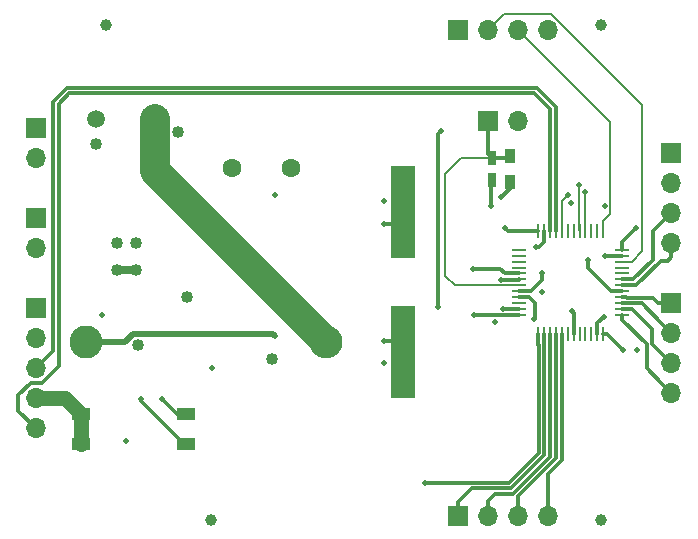
<source format=gbr>
G04 #@! TF.GenerationSoftware,KiCad,Pcbnew,(5.1.4)-1*
G04 #@! TF.CreationDate,2019-12-04T08:55:51-06:00*
G04 #@! TF.ProjectId,motor_control,6d6f746f-725f-4636-9f6e-74726f6c2e6b,rev?*
G04 #@! TF.SameCoordinates,Original*
G04 #@! TF.FileFunction,Copper,L1,Top*
G04 #@! TF.FilePolarity,Positive*
%FSLAX46Y46*%
G04 Gerber Fmt 4.6, Leading zero omitted, Abs format (unit mm)*
G04 Created by KiCad (PCBNEW (5.1.4)-1) date 2019-12-04 08:55:51*
%MOMM*%
%LPD*%
G04 APERTURE LIST*
%ADD10C,1.600000*%
%ADD11R,0.750000X1.200000*%
%ADD12C,1.500000*%
%ADD13C,1.000000*%
%ADD14O,1.700000X1.700000*%
%ADD15R,1.700000X1.700000*%
%ADD16O,2.800000X2.800000*%
%ADD17C,2.800000*%
%ADD18R,0.900000X1.200000*%
%ADD19R,1.500000X1.100000*%
%ADD20R,0.250000X1.300000*%
%ADD21R,1.300000X0.250000*%
%ADD22R,2.000000X7.875000*%
%ADD23C,0.508000*%
%ADD24C,1.016000*%
%ADD25C,0.304800*%
%ADD26C,0.635000*%
%ADD27C,1.270000*%
%ADD28C,0.152400*%
%ADD29C,2.540000*%
%ADD30C,0.508000*%
G04 APERTURE END LIST*
D10*
X143423000Y-87630000D03*
X148423000Y-87630000D03*
D11*
X165387601Y-88695599D03*
X165387601Y-86795599D03*
D12*
X136866000Y-83464400D03*
X131866000Y-83464400D03*
D13*
X132715000Y-75565000D03*
X174625000Y-75565000D03*
X174625000Y-117475000D03*
X141605000Y-117475000D03*
D14*
X126796800Y-109677200D03*
X126796800Y-107137200D03*
X126796800Y-104597200D03*
X126796800Y-102057200D03*
D15*
X126796800Y-99517200D03*
D14*
X167640000Y-83693000D03*
D15*
X165100000Y-83693000D03*
D14*
X170180000Y-75946000D03*
X167640000Y-75946000D03*
X165100000Y-75946000D03*
D15*
X162560000Y-75946000D03*
X180594000Y-99060000D03*
D14*
X180594000Y-101600000D03*
X180594000Y-104140000D03*
X180594000Y-106680000D03*
X170180000Y-117094000D03*
X167640000Y-117094000D03*
X165100000Y-117094000D03*
D15*
X162560000Y-117094000D03*
X180594000Y-86360000D03*
D14*
X180594000Y-88900000D03*
X180594000Y-91440000D03*
X180594000Y-93980000D03*
D15*
X126796800Y-91897200D03*
D14*
X126796800Y-94437200D03*
X126796800Y-86817200D03*
D15*
X126796800Y-84277200D03*
D16*
X151333200Y-102412800D03*
D17*
X131013200Y-102412800D03*
D18*
X166928800Y-88857000D03*
X166928800Y-86657000D03*
D19*
X130627200Y-108458000D03*
X130627200Y-110998000D03*
X139527200Y-110998000D03*
X139527200Y-108458000D03*
D20*
X169335000Y-92982800D03*
X169835000Y-92982800D03*
X170335000Y-92982800D03*
X170835000Y-92982800D03*
X171335000Y-92982800D03*
X171835000Y-92982800D03*
X172335000Y-92982800D03*
X172835000Y-92982800D03*
X173335000Y-92982800D03*
X173835000Y-92982800D03*
X174335000Y-92982800D03*
X174835000Y-92982800D03*
D21*
X176435000Y-94582800D03*
X176435000Y-95082800D03*
X176435000Y-95582800D03*
X176435000Y-96082800D03*
X176435000Y-96582800D03*
X176435000Y-97082800D03*
X176435000Y-97582800D03*
X176435000Y-98082800D03*
X176435000Y-98582800D03*
X176435000Y-99082800D03*
X176435000Y-99582800D03*
X176435000Y-100082800D03*
D20*
X174835000Y-101682800D03*
X174335000Y-101682800D03*
X173835000Y-101682800D03*
X173335000Y-101682800D03*
X172835000Y-101682800D03*
X172335000Y-101682800D03*
X171835000Y-101682800D03*
X171335000Y-101682800D03*
X170835000Y-101682800D03*
X170335000Y-101682800D03*
X169835000Y-101682800D03*
X169335000Y-101682800D03*
D21*
X167735000Y-100082800D03*
X167735000Y-99582800D03*
X167735000Y-99082800D03*
X167735000Y-98582800D03*
X167735000Y-98082800D03*
X167735000Y-97582800D03*
X167735000Y-97082800D03*
X167735000Y-96582800D03*
X167735000Y-96082800D03*
X167735000Y-95582800D03*
X167735000Y-95082800D03*
X167735000Y-94582800D03*
D22*
X157861000Y-103270300D03*
X157861000Y-91395300D03*
D23*
X176530000Y-103022400D03*
X177647600Y-92710000D03*
X166217600Y-90119200D03*
X172110400Y-90576400D03*
X166522400Y-92710000D03*
D24*
X135280400Y-96266000D03*
X133705600Y-96266000D03*
X146761200Y-103784400D03*
D23*
X134467600Y-110744000D03*
X168960800Y-100431600D03*
X169672000Y-98145600D03*
X132384800Y-100076000D03*
X177698400Y-103022400D03*
X174904400Y-100228400D03*
X169672000Y-96570800D03*
X174955200Y-90830400D03*
X165354000Y-90830400D03*
X169113200Y-94335600D03*
X156311600Y-90424000D03*
X156311600Y-104190800D03*
X147015200Y-89916000D03*
D24*
X133705600Y-93980000D03*
X135280400Y-93980000D03*
X138836400Y-84582000D03*
X139598400Y-98602800D03*
X135483600Y-102616000D03*
D23*
X175006000Y-95097600D03*
X165709600Y-100685600D03*
D24*
X131876800Y-85648800D03*
D23*
X141732000Y-104546400D03*
X163880800Y-100076000D03*
X156311600Y-92354400D03*
X163830000Y-96215200D03*
X156311600Y-102260400D03*
X166166800Y-97100200D03*
X159766000Y-114300000D03*
X147066000Y-101904800D03*
X137464800Y-107188000D03*
X173329600Y-89712800D03*
X135737600Y-107188000D03*
X172770800Y-89103200D03*
X173532800Y-95453200D03*
X161137600Y-84531200D03*
X160883601Y-99415601D03*
X166370000Y-99568000D03*
X171837124Y-89975192D03*
X172161200Y-99720400D03*
D25*
X174835000Y-101682800D02*
X175190400Y-101682800D01*
X175190400Y-101682800D02*
X176530000Y-103022400D01*
X166928800Y-88857000D02*
X166928800Y-89408000D01*
X166928800Y-89408000D02*
X166217600Y-90119200D01*
X166795200Y-92982800D02*
X166522400Y-92710000D01*
X169335000Y-92982800D02*
X166795200Y-92982800D01*
D26*
X135280400Y-96266000D02*
X133705600Y-96266000D01*
D25*
X176435000Y-93922600D02*
X177647600Y-92710000D01*
X176435000Y-94582800D02*
X176435000Y-93922600D01*
X168558642Y-98582800D02*
X169062400Y-99086558D01*
X167735000Y-98582800D02*
X168558642Y-98582800D01*
X169062400Y-99086558D02*
X169062400Y-100330000D01*
X169062400Y-100330000D02*
X168960800Y-100431600D01*
X174335000Y-101682800D02*
X174335000Y-100797800D01*
X174335000Y-100797800D02*
X174904400Y-100228400D01*
X165354000Y-88729200D02*
X165387601Y-88695599D01*
X165354000Y-90830400D02*
X165354000Y-88729200D01*
X169437000Y-94335600D02*
X169113200Y-94335600D01*
X169835000Y-92982800D02*
X169835000Y-93937600D01*
X169835000Y-93937600D02*
X169437000Y-94335600D01*
D27*
X129306400Y-107137200D02*
X130627200Y-108458000D01*
X126796800Y-107137200D02*
X129306400Y-107137200D01*
X130627200Y-110998000D02*
X130627200Y-108458000D01*
D25*
X176435000Y-95082800D02*
X175020800Y-95082800D01*
X175020800Y-95082800D02*
X175006000Y-95097600D01*
X169672000Y-97100600D02*
X169672000Y-96570800D01*
X168689800Y-98082800D02*
X169672000Y-97100600D01*
X167735000Y-98082800D02*
X168689800Y-98082800D01*
X166101775Y-100126801D02*
X166736199Y-100126801D01*
X166780200Y-100082800D02*
X167735000Y-100082800D01*
X166736199Y-100126801D02*
X166780200Y-100082800D01*
X166050974Y-100076000D02*
X166101775Y-100126801D01*
X163880800Y-100076000D02*
X166050974Y-100076000D01*
X165100000Y-86507998D02*
X165387601Y-86795599D01*
X165100000Y-83693000D02*
X165100000Y-86507998D01*
X166790201Y-86795599D02*
X166928800Y-86657000D01*
X165387601Y-86795599D02*
X166790201Y-86795599D01*
D28*
X162835601Y-86795599D02*
X165387601Y-86795599D01*
X161442400Y-88188800D02*
X162835601Y-86795599D01*
X161442400Y-96774000D02*
X161442400Y-88188800D01*
X167735000Y-97582800D02*
X162251200Y-97582800D01*
X162251200Y-97582800D02*
X161442400Y-96774000D01*
D25*
X156901900Y-92354400D02*
X157861000Y-91395300D01*
X156311600Y-92354400D02*
X156901900Y-92354400D01*
X166483600Y-96582800D02*
X167735000Y-96582800D01*
X163830000Y-96215200D02*
X166116000Y-96215200D01*
X166116000Y-96215200D02*
X166483600Y-96582800D01*
X156851100Y-102260400D02*
X157861000Y-103270300D01*
X156311600Y-102260400D02*
X156851100Y-102260400D01*
X167717600Y-97100200D02*
X167735000Y-97082800D01*
X166166800Y-97100200D02*
X167717600Y-97100200D01*
D29*
X136866000Y-87945600D02*
X136866000Y-83464400D01*
X151333200Y-102412800D02*
X136866000Y-87945600D01*
D25*
X170335000Y-92028000D02*
X170335000Y-92982800D01*
X170335000Y-82654200D02*
X170335000Y-92028000D01*
X129641590Y-81330810D02*
X169011610Y-81330810D01*
X169011610Y-81330810D02*
X170335000Y-82654200D01*
X128727210Y-82245190D02*
X129641590Y-81330810D01*
X126796800Y-109677200D02*
X125323600Y-108204000D01*
X125323600Y-108204000D02*
X125323600Y-106901294D01*
X125323600Y-106901294D02*
X126408494Y-105816400D01*
X126408494Y-105816400D02*
X127286706Y-105816400D01*
X127286706Y-105816400D02*
X128727210Y-104375896D01*
X128727210Y-104375896D02*
X128727210Y-82245190D01*
X128270000Y-103124000D02*
X128270000Y-82042000D01*
X126796800Y-104597200D02*
X128270000Y-103124000D01*
X128270000Y-82042000D02*
X129438400Y-80873600D01*
X129438400Y-80873600D02*
X169214800Y-80873600D01*
X169214800Y-80873600D02*
X170840400Y-82499200D01*
X170840400Y-82499200D02*
X170840400Y-89458800D01*
X170835000Y-89464200D02*
X170835000Y-92982800D01*
X170840400Y-89458800D02*
X170835000Y-89464200D01*
X169335000Y-102637600D02*
X169367200Y-102669800D01*
X169335000Y-101682800D02*
X169335000Y-102637600D01*
X169367200Y-102669800D02*
X169367200Y-111773808D01*
X169367200Y-111773808D02*
X166841008Y-114300000D01*
X166841008Y-114300000D02*
X159766000Y-114300000D01*
D30*
X146862799Y-101701599D02*
X147066000Y-101904800D01*
X135044687Y-101701599D02*
X146862799Y-101701599D01*
X131013200Y-102412800D02*
X134333486Y-102412800D01*
X134333486Y-102412800D02*
X135044687Y-101701599D01*
D28*
X174835000Y-92180400D02*
X174835000Y-92982800D01*
X175437801Y-91577599D02*
X174835000Y-92180400D01*
X175437801Y-83743801D02*
X175437801Y-91577599D01*
X167640000Y-75946000D02*
X175437801Y-83743801D01*
X177237400Y-95582800D02*
X176435000Y-95582800D01*
X178155600Y-94664600D02*
X177237400Y-95582800D01*
X178155600Y-82325270D02*
X178155600Y-94664600D01*
X170404730Y-74574400D02*
X178155600Y-82325270D01*
X166471600Y-74574400D02*
X170404730Y-74574400D01*
X165100000Y-75946000D02*
X166471600Y-74574400D01*
D25*
X179439200Y-99060000D02*
X180594000Y-99060000D01*
X179032199Y-98652999D02*
X179439200Y-99060000D01*
X176834199Y-98652999D02*
X179032199Y-98652999D01*
X176764000Y-98582800D02*
X176834199Y-98652999D01*
X176435000Y-98582800D02*
X176764000Y-98582800D01*
X179744001Y-100750001D02*
X180594000Y-101600000D01*
X178104209Y-99110209D02*
X179744001Y-100750001D01*
X176462409Y-99110209D02*
X178104209Y-99110209D01*
X176435000Y-99082800D02*
X176462409Y-99110209D01*
X177258642Y-99582800D02*
X178968400Y-101292558D01*
X176435000Y-99582800D02*
X177258642Y-99582800D01*
X178968400Y-102514400D02*
X180594000Y-104140000D01*
X178968400Y-101292558D02*
X178968400Y-102514400D01*
X179744001Y-105830001D02*
X180594000Y-106680000D01*
X178511190Y-104597190D02*
X179744001Y-105830001D01*
X178511190Y-102588790D02*
X178511190Y-104597190D01*
X176435000Y-100512600D02*
X178511190Y-102588790D01*
X176435000Y-100082800D02*
X176435000Y-100512600D01*
X170180000Y-113547376D02*
X170180000Y-117094000D01*
X171335000Y-101682800D02*
X171335000Y-112392376D01*
X171335000Y-112392376D02*
X170180000Y-113547376D01*
X167640000Y-115440784D02*
X167640000Y-117094000D01*
X170835000Y-101682800D02*
X170835000Y-112245784D01*
X170835000Y-112245784D02*
X167640000Y-115440784D01*
X165100000Y-115824000D02*
X165100000Y-117094000D01*
X165709590Y-115214410D02*
X165100000Y-115824000D01*
X167219782Y-115214410D02*
X165709590Y-115214410D01*
X170335000Y-101682800D02*
X170335000Y-112099192D01*
X170335000Y-112099192D02*
X167219782Y-115214410D01*
X169835000Y-101682800D02*
X169835000Y-111952600D01*
X169835000Y-111952600D02*
X167030400Y-114757200D01*
X162560000Y-115939200D02*
X162560000Y-117094000D01*
X163742000Y-114757200D02*
X162560000Y-115939200D01*
X167030400Y-114757200D02*
X163742000Y-114757200D01*
X176435000Y-97582800D02*
X177651600Y-97582800D01*
X179744001Y-95490399D02*
X180302801Y-95490399D01*
X177651600Y-97582800D02*
X179744001Y-95490399D01*
X180594000Y-95199200D02*
X180594000Y-93980000D01*
X180302801Y-95490399D02*
X180594000Y-95199200D01*
X177389801Y-97082799D02*
X179019200Y-95453400D01*
X176435000Y-97082800D02*
X177389801Y-97082799D01*
X179019200Y-93014800D02*
X180594000Y-91440000D01*
X179019200Y-95453400D02*
X179019200Y-93014800D01*
X139527200Y-108458000D02*
X138734800Y-108458000D01*
X138734800Y-108458000D02*
X137464800Y-107188000D01*
D28*
X173329600Y-92977400D02*
X173335000Y-92982800D01*
X173329600Y-89712800D02*
X173329600Y-92977400D01*
D25*
X135737600Y-107408400D02*
X135737600Y-107188000D01*
X139527200Y-110998000D02*
X139327200Y-110998000D01*
X139327200Y-110998000D02*
X135737600Y-107408400D01*
D28*
X172770800Y-92918600D02*
X172835000Y-92982800D01*
X172770800Y-89103200D02*
X172770800Y-92918600D01*
D25*
X173532800Y-96135400D02*
X173532800Y-95453200D01*
X176435000Y-98082800D02*
X175480200Y-98082800D01*
X175480200Y-98082800D02*
X173532800Y-96135400D01*
X160883601Y-84785199D02*
X160883601Y-99415601D01*
X161137600Y-84531200D02*
X160883601Y-84785199D01*
X167720200Y-99568000D02*
X167735000Y-99582800D01*
X166370000Y-99568000D02*
X167720200Y-99568000D01*
D28*
X171335000Y-92982800D02*
X171335000Y-90477316D01*
X171335000Y-90477316D02*
X171837124Y-89975192D01*
D25*
X172335000Y-99894200D02*
X172335000Y-101682800D01*
X172161200Y-99720400D02*
X172335000Y-99894200D01*
M02*

</source>
